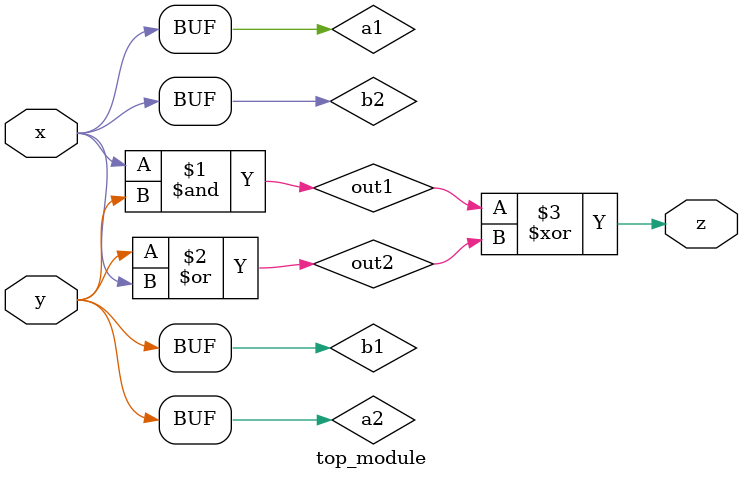
<source format=sv>
module top_module(
    input x,
    input y,
    output z);

    wire out1, out2;
    wire a1, b1, a2, b2;

    assign a1 = x;
    assign b1 = y;
    assign a2 = y;
    assign b2 = x;

    and u1(out1, a1, b1);
    or u2(out2, a2, b2);

    xor u3(z, out1, out2);

endmodule

</source>
